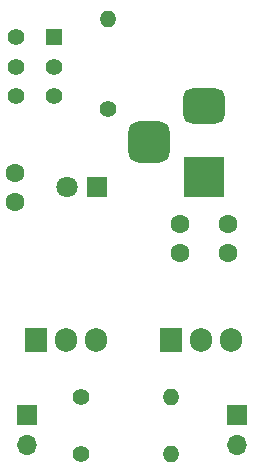
<source format=gbr>
%TF.GenerationSoftware,KiCad,Pcbnew,7.0.10*%
%TF.CreationDate,2024-02-03T20:27:23+03:00*%
%TF.ProjectId,PowerSupply,506f7765-7253-4757-9070-6c792e6b6963,1*%
%TF.SameCoordinates,Original*%
%TF.FileFunction,Soldermask,Bot*%
%TF.FilePolarity,Negative*%
%FSLAX46Y46*%
G04 Gerber Fmt 4.6, Leading zero omitted, Abs format (unit mm)*
G04 Created by KiCad (PCBNEW 7.0.10) date 2024-02-03 20:27:23*
%MOMM*%
%LPD*%
G01*
G04 APERTURE LIST*
G04 Aperture macros list*
%AMRoundRect*
0 Rectangle with rounded corners*
0 $1 Rounding radius*
0 $2 $3 $4 $5 $6 $7 $8 $9 X,Y pos of 4 corners*
0 Add a 4 corners polygon primitive as box body*
4,1,4,$2,$3,$4,$5,$6,$7,$8,$9,$2,$3,0*
0 Add four circle primitives for the rounded corners*
1,1,$1+$1,$2,$3*
1,1,$1+$1,$4,$5*
1,1,$1+$1,$6,$7*
1,1,$1+$1,$8,$9*
0 Add four rect primitives between the rounded corners*
20,1,$1+$1,$2,$3,$4,$5,0*
20,1,$1+$1,$4,$5,$6,$7,0*
20,1,$1+$1,$6,$7,$8,$9,0*
20,1,$1+$1,$8,$9,$2,$3,0*%
G04 Aperture macros list end*
%ADD10R,1.700000X1.700000*%
%ADD11O,1.700000X1.700000*%
%ADD12O,1.905000X2.000000*%
%ADD13R,1.905000X2.000000*%
%ADD14C,1.400000*%
%ADD15R,1.400000X1.400000*%
%ADD16O,1.400000X1.400000*%
%ADD17RoundRect,0.875000X-0.875000X0.875000X-0.875000X-0.875000X0.875000X-0.875000X0.875000X0.875000X0*%
%ADD18RoundRect,0.750000X-1.000000X0.750000X-1.000000X-0.750000X1.000000X-0.750000X1.000000X0.750000X0*%
%ADD19R,3.500000X3.500000*%
%ADD20R,1.800000X1.800000*%
%ADD21C,1.800000*%
%ADD22C,1.600000*%
G04 APERTURE END LIST*
D10*
%TO.C,J3*%
X170434000Y-139187000D03*
D11*
X170434000Y-141727000D03*
%TD*%
%TO.C,J2*%
X152654000Y-141727000D03*
D10*
X152654000Y-139187000D03*
%TD*%
D12*
%TO.C,U2*%
X169926000Y-132771000D03*
X167386000Y-132771000D03*
D13*
X164846000Y-132771000D03*
%TD*%
D12*
%TO.C,U1*%
X158496000Y-132771000D03*
X155956000Y-132771000D03*
D13*
X153416000Y-132771000D03*
%TD*%
D14*
%TO.C,SW1*%
X151640000Y-112188000D03*
X151640000Y-109688000D03*
X151640000Y-107188000D03*
X154940000Y-112188000D03*
X154940000Y-109688000D03*
D15*
X154940000Y-107188000D03*
%TD*%
D14*
%TO.C,R3*%
X157226000Y-137668000D03*
D16*
X164846000Y-137668000D03*
%TD*%
D14*
%TO.C,R2*%
X159512000Y-113284000D03*
D16*
X159512000Y-105664000D03*
%TD*%
D14*
%TO.C,R1*%
X157226000Y-142494000D03*
D16*
X164846000Y-142494000D03*
%TD*%
D17*
%TO.C,J1*%
X162940000Y-116030000D03*
D18*
X167640000Y-113030000D03*
D19*
X167640000Y-119030000D03*
%TD*%
D20*
%TO.C,D1*%
X158501000Y-119888000D03*
D21*
X155961000Y-119888000D03*
%TD*%
D22*
%TO.C,C3*%
X165608000Y-122956000D03*
X165608000Y-125456000D03*
%TD*%
%TO.C,C2*%
X169672000Y-125456000D03*
X169672000Y-122956000D03*
%TD*%
%TO.C,C1*%
X151638000Y-121138000D03*
X151638000Y-118638000D03*
%TD*%
M02*

</source>
